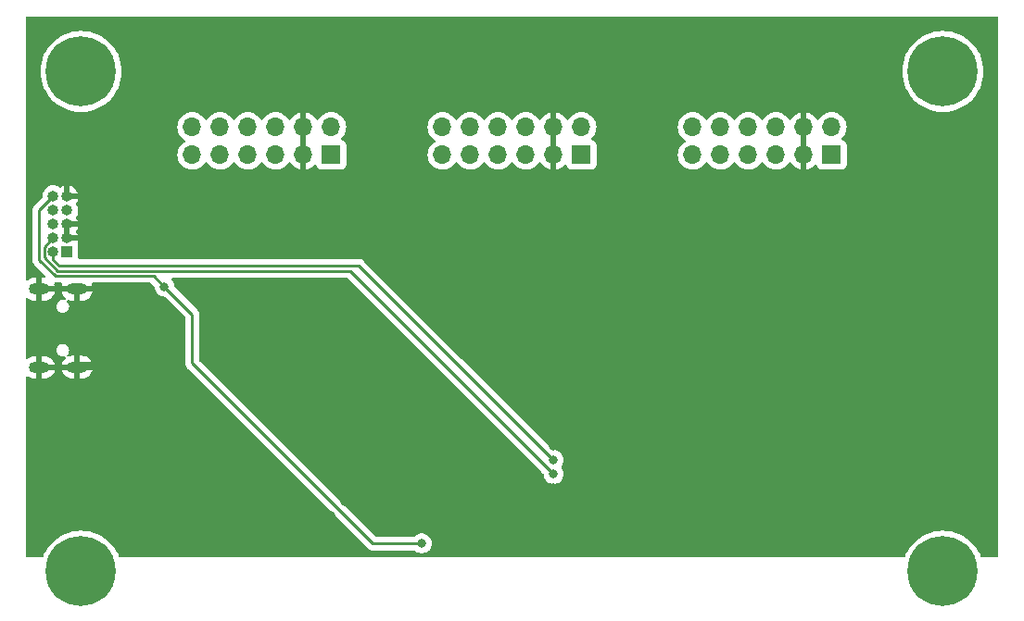
<source format=gbr>
%TF.GenerationSoftware,KiCad,Pcbnew,7.0.4*%
%TF.CreationDate,2023-05-26T13:48:30+02:00*%
%TF.ProjectId,pmod_e103bt53_baseboard,706d6f64-5f65-4313-9033-627435335f62,rev?*%
%TF.SameCoordinates,Original*%
%TF.FileFunction,Copper,L2,Bot*%
%TF.FilePolarity,Positive*%
%FSLAX46Y46*%
G04 Gerber Fmt 4.6, Leading zero omitted, Abs format (unit mm)*
G04 Created by KiCad (PCBNEW 7.0.4) date 2023-05-26 13:48:30*
%MOMM*%
%LPD*%
G01*
G04 APERTURE LIST*
%TA.AperFunction,ComponentPad*%
%ADD10R,1.700000X1.700000*%
%TD*%
%TA.AperFunction,ComponentPad*%
%ADD11O,1.700000X1.700000*%
%TD*%
%TA.AperFunction,ComponentPad*%
%ADD12C,0.800000*%
%TD*%
%TA.AperFunction,ComponentPad*%
%ADD13C,6.400000*%
%TD*%
%TA.AperFunction,ComponentPad*%
%ADD14R,1.000000X1.000000*%
%TD*%
%TA.AperFunction,ComponentPad*%
%ADD15O,1.000000X1.000000*%
%TD*%
%TA.AperFunction,ComponentPad*%
%ADD16O,1.850000X1.050000*%
%TD*%
%TA.AperFunction,ViaPad*%
%ADD17C,0.800000*%
%TD*%
%TA.AperFunction,Conductor*%
%ADD18C,0.250000*%
%TD*%
G04 APERTURE END LIST*
D10*
%TO.P,PMOD2,1,Pin_1*%
%TO.N,VCC*%
X96520000Y-30480000D03*
D11*
%TO.P,PMOD2,2,Pin_2*%
X96520000Y-27940000D03*
%TO.P,PMOD2,3,Pin_3*%
%TO.N,GND*%
X93980000Y-30480000D03*
%TO.P,PMOD2,4,Pin_4*%
X93980000Y-27940000D03*
%TO.P,PMOD2,5,Pin_5*%
%TO.N,PMOD_UART_RTS*%
X91440000Y-30480000D03*
%TO.P,PMOD2,6,Pin_6*%
%TO.N,PMOD_UART_GPIO4*%
X91440000Y-27940000D03*
%TO.P,PMOD2,7,Pin_7*%
%TO.N,PMOD_UART_RXD*%
X88900000Y-30480000D03*
%TO.P,PMOD2,8,Pin_8*%
%TO.N,PMOD_UART_GPIO3*%
X88900000Y-27940000D03*
%TO.P,PMOD2,9,Pin_9*%
%TO.N,PMOD_UART_TXD*%
X86360000Y-30480000D03*
%TO.P,PMOD2,10,Pin_10*%
%TO.N,PMOD_UART_GPIO2_RESET*%
X86360000Y-27940000D03*
%TO.P,PMOD2,11,Pin_11*%
%TO.N,PMOD_UART_CTS*%
X83820000Y-30480000D03*
%TO.P,PMOD2,12,Pin_12*%
%TO.N,PMOD_UART_GPIO1_INT*%
X83820000Y-27940000D03*
%TD*%
D10*
%TO.P,PMOD3,1,Pin_1*%
%TO.N,VCC*%
X119380000Y-30480000D03*
D11*
%TO.P,PMOD3,2,Pin_2*%
X119380000Y-27940000D03*
%TO.P,PMOD3,3,Pin_3*%
%TO.N,GND*%
X116840000Y-30480000D03*
%TO.P,PMOD3,4,Pin_4*%
X116840000Y-27940000D03*
%TO.P,PMOD3,5,Pin_5*%
%TO.N,PMOD_I2C_SDA*%
X114300000Y-30480000D03*
%TO.P,PMOD3,6,Pin_6*%
%TO.N,PMOD_I2C_GPIO4*%
X114300000Y-27940000D03*
%TO.P,PMOD3,7,Pin_7*%
%TO.N,PMOD_I2C_SCL*%
X111760000Y-30480000D03*
%TO.P,PMOD3,8,Pin_8*%
%TO.N,PMOD_I2C_GPIO3*%
X111760000Y-27940000D03*
%TO.P,PMOD3,9,Pin_9*%
%TO.N,PMOD_I2C_RESET*%
X109220000Y-30480000D03*
%TO.P,PMOD3,10,Pin_10*%
%TO.N,PMOD_I2C_GPIO2*%
X109220000Y-27940000D03*
%TO.P,PMOD3,11,Pin_11*%
%TO.N,PMOD_I2C_INT*%
X106680000Y-30480000D03*
%TO.P,PMOD3,12,Pin_12*%
%TO.N,PMOD_I2C_GPIO1*%
X106680000Y-27940000D03*
%TD*%
D10*
%TO.P,PMOD1,1,Pin_1*%
%TO.N,VCC*%
X73660000Y-30480000D03*
D11*
%TO.P,PMOD1,2,Pin_2*%
X73660000Y-27940000D03*
%TO.P,PMOD1,3,Pin_3*%
%TO.N,GND*%
X71120000Y-30480000D03*
%TO.P,PMOD1,4,Pin_4*%
X71120000Y-27940000D03*
%TO.P,PMOD1,5,Pin_5*%
%TO.N,PMOD_SPI_SCK*%
X68580000Y-30480000D03*
%TO.P,PMOD1,6,Pin_6*%
%TO.N,PMOD_SPI_GPIO4_CS3*%
X68580000Y-27940000D03*
%TO.P,PMOD1,7,Pin_7*%
%TO.N,PMOD_SPI_MISO*%
X66040000Y-30480000D03*
%TO.P,PMOD1,8,Pin_8*%
%TO.N,PMOD_SPI_GPIO3_CS2*%
X66040000Y-27940000D03*
%TO.P,PMOD1,9,Pin_9*%
%TO.N,PMOD_SPI_MOSI*%
X63500000Y-30480000D03*
%TO.P,PMOD1,10,Pin_10*%
%TO.N,PMOD_SPI_GPIO2_RESET*%
X63500000Y-27940000D03*
%TO.P,PMOD1,11,Pin_11*%
%TO.N,PMOD_SPI_CS*%
X60960000Y-30480000D03*
%TO.P,PMOD1,12,Pin_12*%
%TO.N,PMOD_SPI_GPIO1_INT*%
X60960000Y-27940000D03*
%TD*%
D12*
%TO.P,H3,1*%
%TO.N,N/C*%
X48400000Y-68580000D03*
X49102944Y-66882944D03*
X49102944Y-70277056D03*
X50800000Y-66180000D03*
D13*
X50800000Y-68580000D03*
D12*
X50800000Y-70980000D03*
X52497056Y-66882944D03*
X52497056Y-70277056D03*
X53200000Y-68580000D03*
%TD*%
%TO.P,H1,1*%
%TO.N,N/C*%
X48400000Y-22860000D03*
X49102944Y-21162944D03*
X49102944Y-24557056D03*
X50800000Y-20460000D03*
D13*
X50800000Y-22860000D03*
D12*
X50800000Y-25260000D03*
X52497056Y-21162944D03*
X52497056Y-24557056D03*
X53200000Y-22860000D03*
%TD*%
%TO.P,H4,1*%
%TO.N,N/C*%
X127140000Y-68580000D03*
X127842944Y-66882944D03*
X127842944Y-70277056D03*
X129540000Y-66180000D03*
D13*
X129540000Y-68580000D03*
D12*
X129540000Y-70980000D03*
X131237056Y-66882944D03*
X131237056Y-70277056D03*
X131940000Y-68580000D03*
%TD*%
D14*
%TO.P,J2,1,Pin_1*%
%TO.N,VCC*%
X49530000Y-39370000D03*
D15*
%TO.P,J2,2,Pin_2*%
%TO.N,SWDIO*%
X48260000Y-39370000D03*
%TO.P,J2,3,Pin_3*%
%TO.N,GND*%
X49530000Y-38100000D03*
%TO.P,J2,4,Pin_4*%
%TO.N,SWDCLK*%
X48260000Y-38100000D03*
%TO.P,J2,5,Pin_5*%
%TO.N,GND*%
X49530000Y-36830000D03*
%TO.P,J2,6,Pin_6*%
%TO.N,unconnected-(J2-Pin_6-Pad6)*%
X48260000Y-36830000D03*
%TO.P,J2,7,Pin_7*%
%TO.N,unconnected-(J2-Pin_7-Pad7)*%
X49530000Y-35560000D03*
%TO.P,J2,8,Pin_8*%
%TO.N,unconnected-(J2-Pin_8-Pad8)*%
X48260000Y-35560000D03*
%TO.P,J2,9,Pin_9*%
%TO.N,GND*%
X49530000Y-34290000D03*
%TO.P,J2,10,Pin_10*%
%TO.N,nRST*%
X48260000Y-34290000D03*
%TD*%
D16*
%TO.P,J1,6,Shield*%
%TO.N,GND*%
X50440000Y-42780000D03*
X46990000Y-42780000D03*
X50440000Y-49905000D03*
X46990000Y-49930000D03*
%TD*%
D12*
%TO.P,H2,1*%
%TO.N,N/C*%
X127140000Y-22860000D03*
X127842944Y-21162944D03*
X127842944Y-24557056D03*
X129540000Y-20460000D03*
D13*
X129540000Y-22860000D03*
D12*
X129540000Y-25260000D03*
X131237056Y-21162944D03*
X131237056Y-24557056D03*
X131940000Y-22860000D03*
%TD*%
D17*
%TO.N,nRST*%
X58420000Y-42545000D03*
%TO.N,GND*%
X77470000Y-25400000D03*
X78740000Y-40640000D03*
X85725000Y-58420000D03*
X93980000Y-55880000D03*
X93980000Y-64770000D03*
X80010000Y-27940000D03*
X110490000Y-51435000D03*
X74930000Y-62230000D03*
X77470000Y-27940000D03*
X78105000Y-46355000D03*
X85725000Y-59690000D03*
X80010000Y-57150000D03*
X85725000Y-55880000D03*
X73660000Y-63500000D03*
X76200000Y-60960000D03*
X80010000Y-41910000D03*
X78740000Y-58420000D03*
X85725000Y-62230000D03*
X77470000Y-39370000D03*
X78740000Y-27940000D03*
X93980000Y-63500000D03*
X85725000Y-57150000D03*
X76835000Y-45085000D03*
X85725000Y-63500000D03*
X78740000Y-25400000D03*
X107950000Y-51435000D03*
X113030000Y-51435000D03*
X77470000Y-59690000D03*
X93980000Y-57150000D03*
X93980000Y-60960000D03*
X93980000Y-62230000D03*
X79375000Y-47625000D03*
X85725000Y-64770000D03*
X85725000Y-60960000D03*
X81280000Y-55880000D03*
X80010000Y-25400000D03*
%TO.N,SWDIO*%
X93980000Y-58420000D03*
%TO.N,SWDCLK*%
X93980000Y-59690000D03*
%TO.N,nRST*%
X81915000Y-66040000D03*
%TD*%
D18*
%TO.N,nRST*%
X60960000Y-45085000D02*
X58420000Y-42545000D01*
X58420000Y-42545000D02*
X57415000Y-41540000D01*
%TO.N,GND*%
X50800000Y-49530000D02*
X52070000Y-49530000D01*
%TO.N,SWDIO*%
X48260000Y-40077106D02*
X48822894Y-40640000D01*
X48260000Y-39370000D02*
X48260000Y-40077106D01*
X76200000Y-40640000D02*
X85090000Y-49530000D01*
X48822894Y-40640000D02*
X64135000Y-40640000D01*
X64135000Y-40640000D02*
X76200000Y-40640000D01*
X93980000Y-58420000D02*
X85090000Y-49530000D01*
%TO.N,SWDCLK*%
X75380000Y-41090000D02*
X93980000Y-59690000D01*
X47435000Y-39888502D02*
X48636498Y-41090000D01*
X47435000Y-38925000D02*
X47435000Y-39888502D01*
X48260000Y-38100000D02*
X47435000Y-38925000D01*
X48636498Y-41090000D02*
X75380000Y-41090000D01*
%TO.N,nRST*%
X57415000Y-41540000D02*
X48450102Y-41540000D01*
X46985000Y-35565000D02*
X48260000Y-34290000D01*
X77470000Y-66040000D02*
X60960000Y-49530000D01*
X81915000Y-66040000D02*
X77470000Y-66040000D01*
X46985000Y-40074898D02*
X46985000Y-35565000D01*
X60960000Y-49530000D02*
X60960000Y-45085000D01*
X48450102Y-41540000D02*
X46985000Y-40074898D01*
%TD*%
%TA.AperFunction,Conductor*%
%TO.N,GND*%
G36*
X71374000Y-30046325D02*
G01*
X71262315Y-29995320D01*
X71155763Y-29980000D01*
X71084237Y-29980000D01*
X70977685Y-29995320D01*
X70866000Y-30046325D01*
X70866000Y-28373674D01*
X70977685Y-28424680D01*
X71084237Y-28440000D01*
X71155763Y-28440000D01*
X71262315Y-28424680D01*
X71374000Y-28373674D01*
X71374000Y-30046325D01*
G37*
%TD.AperFunction*%
%TA.AperFunction,Conductor*%
G36*
X94234000Y-30046325D02*
G01*
X94122315Y-29995320D01*
X94015763Y-29980000D01*
X93944237Y-29980000D01*
X93837685Y-29995320D01*
X93726000Y-30046325D01*
X93726000Y-28373674D01*
X93837685Y-28424680D01*
X93944237Y-28440000D01*
X94015763Y-28440000D01*
X94122315Y-28424680D01*
X94234000Y-28373674D01*
X94234000Y-30046325D01*
G37*
%TD.AperFunction*%
%TA.AperFunction,Conductor*%
G36*
X117094000Y-30046325D02*
G01*
X116982315Y-29995320D01*
X116875763Y-29980000D01*
X116804237Y-29980000D01*
X116697685Y-29995320D01*
X116585999Y-30046325D01*
X116585999Y-28373674D01*
X116697685Y-28424680D01*
X116804237Y-28440000D01*
X116875763Y-28440000D01*
X116982315Y-28424680D01*
X117094000Y-28373674D01*
X117094000Y-30046325D01*
G37*
%TD.AperFunction*%
%TA.AperFunction,Conductor*%
G36*
X134536621Y-17825502D02*
G01*
X134583114Y-17879158D01*
X134594500Y-17931500D01*
X134594500Y-67184000D01*
X134574498Y-67252121D01*
X134520842Y-67298614D01*
X134468500Y-67310000D01*
X133111430Y-67310000D01*
X133043309Y-67289998D01*
X132996816Y-67236342D01*
X132993799Y-67229154D01*
X132932536Y-67069556D01*
X132932532Y-67069548D01*
X132932532Y-67069547D01*
X132756062Y-66723206D01*
X132544357Y-66397207D01*
X132544354Y-66397203D01*
X132544352Y-66397200D01*
X132299746Y-66095137D01*
X132299732Y-66095122D01*
X132024877Y-65820267D01*
X132024862Y-65820253D01*
X131722802Y-65575649D01*
X131722785Y-65575637D01*
X131396795Y-65363938D01*
X131050451Y-65187467D01*
X131050443Y-65187463D01*
X130687568Y-65048168D01*
X130312097Y-64947561D01*
X129928167Y-64886752D01*
X129540006Y-64866411D01*
X129539994Y-64866411D01*
X129151832Y-64886752D01*
X128767902Y-64947561D01*
X128392431Y-65048168D01*
X128029556Y-65187463D01*
X128029548Y-65187467D01*
X127683205Y-65363938D01*
X127357203Y-65575645D01*
X127357200Y-65575647D01*
X127055137Y-65820253D01*
X127055122Y-65820267D01*
X126780267Y-66095122D01*
X126780253Y-66095137D01*
X126535647Y-66397200D01*
X126535645Y-66397203D01*
X126323938Y-66723205D01*
X126147467Y-67069548D01*
X126147463Y-67069556D01*
X126086201Y-67229154D01*
X126043116Y-67285582D01*
X125976363Y-67309759D01*
X125968570Y-67310000D01*
X54371430Y-67310000D01*
X54303309Y-67289998D01*
X54256816Y-67236342D01*
X54253799Y-67229154D01*
X54192536Y-67069556D01*
X54192532Y-67069548D01*
X54192532Y-67069547D01*
X54016062Y-66723206D01*
X53804357Y-66397207D01*
X53804354Y-66397203D01*
X53804352Y-66397200D01*
X53559746Y-66095137D01*
X53559732Y-66095122D01*
X53284877Y-65820267D01*
X53284862Y-65820253D01*
X52982802Y-65575649D01*
X52982785Y-65575637D01*
X52656795Y-65363938D01*
X52310451Y-65187467D01*
X52310443Y-65187463D01*
X51947568Y-65048168D01*
X51572097Y-64947561D01*
X51188167Y-64886752D01*
X50800006Y-64866411D01*
X50799994Y-64866411D01*
X50411832Y-64886752D01*
X50027902Y-64947561D01*
X49652431Y-65048168D01*
X49289556Y-65187463D01*
X49289548Y-65187467D01*
X48943205Y-65363938D01*
X48617203Y-65575645D01*
X48617200Y-65575647D01*
X48315137Y-65820253D01*
X48315122Y-65820267D01*
X48040267Y-66095122D01*
X48040253Y-66095137D01*
X47795647Y-66397200D01*
X47795645Y-66397203D01*
X47583938Y-66723205D01*
X47407467Y-67069548D01*
X47407463Y-67069556D01*
X47346201Y-67229154D01*
X47303116Y-67285582D01*
X47236363Y-67309759D01*
X47228570Y-67310000D01*
X45871500Y-67310000D01*
X45803379Y-67289998D01*
X45756886Y-67236342D01*
X45745500Y-67184000D01*
X45745500Y-50839674D01*
X45765502Y-50771553D01*
X45819158Y-50725060D01*
X45889432Y-50714956D01*
X45951435Y-50742276D01*
X46013318Y-50793063D01*
X46192774Y-50888984D01*
X46387503Y-50948054D01*
X46539248Y-50962999D01*
X46539264Y-50963000D01*
X46736000Y-50963000D01*
X46736000Y-50184000D01*
X47244000Y-50184000D01*
X47244000Y-50963000D01*
X47440736Y-50963000D01*
X47440751Y-50962999D01*
X47592496Y-50948054D01*
X47787225Y-50888984D01*
X47966681Y-50793063D01*
X48123974Y-50663974D01*
X48253063Y-50506681D01*
X48348984Y-50327226D01*
X48392431Y-50184000D01*
X47244000Y-50184000D01*
X46736000Y-50184000D01*
X46736000Y-50159000D01*
X49037569Y-50159000D01*
X49081015Y-50302226D01*
X49176936Y-50481681D01*
X49306025Y-50638974D01*
X49463318Y-50768063D01*
X49642774Y-50863984D01*
X49837503Y-50923054D01*
X49989248Y-50937999D01*
X49989264Y-50938000D01*
X50186000Y-50938000D01*
X50186000Y-50159000D01*
X50694000Y-50159000D01*
X50694000Y-50938000D01*
X50890736Y-50938000D01*
X50890751Y-50937999D01*
X51042496Y-50923054D01*
X51237225Y-50863984D01*
X51416681Y-50768063D01*
X51573974Y-50638974D01*
X51703063Y-50481681D01*
X51798984Y-50302226D01*
X51842431Y-50159000D01*
X50694000Y-50159000D01*
X50186000Y-50159000D01*
X49037569Y-50159000D01*
X46736000Y-50159000D01*
X46736000Y-50155000D01*
X47413650Y-50155000D01*
X47483560Y-50140140D01*
X47560943Y-50083918D01*
X47608769Y-50001082D01*
X47616340Y-49929044D01*
X49811233Y-49929044D01*
X49840791Y-50020013D01*
X49904794Y-50091096D01*
X49992175Y-50130000D01*
X50863650Y-50130000D01*
X50933560Y-50115140D01*
X51010943Y-50058918D01*
X51058769Y-49976082D01*
X51068767Y-49880956D01*
X51039209Y-49789987D01*
X50975206Y-49718904D01*
X50887825Y-49680000D01*
X50016350Y-49680000D01*
X49946440Y-49694860D01*
X49869057Y-49751082D01*
X49821231Y-49833918D01*
X49811233Y-49929044D01*
X47616340Y-49929044D01*
X47618767Y-49905956D01*
X47589209Y-49814987D01*
X47525206Y-49743904D01*
X47437825Y-49705000D01*
X46736000Y-49705000D01*
X46736000Y-48897000D01*
X47244000Y-48897000D01*
X47244000Y-49676000D01*
X48392431Y-49676000D01*
X48348984Y-49532773D01*
X48253063Y-49353318D01*
X48123974Y-49196025D01*
X47966681Y-49066936D01*
X47787225Y-48971015D01*
X47592496Y-48911945D01*
X47440751Y-48897000D01*
X47244000Y-48897000D01*
X46736000Y-48897000D01*
X46539248Y-48897000D01*
X46387503Y-48911945D01*
X46192774Y-48971015D01*
X46013318Y-49066936D01*
X45951434Y-49117724D01*
X45886087Y-49145478D01*
X45816108Y-49133496D01*
X45763717Y-49085584D01*
X45745500Y-49020325D01*
X45745500Y-48355000D01*
X48539534Y-48355000D01*
X48559312Y-48505234D01*
X48617301Y-48645231D01*
X48617306Y-48645239D01*
X48709548Y-48765451D01*
X48793459Y-48829838D01*
X48829767Y-48857698D01*
X48969764Y-48915687D01*
X49082280Y-48930500D01*
X49082287Y-48930500D01*
X49157713Y-48930500D01*
X49157720Y-48930500D01*
X49245986Y-48918879D01*
X49316133Y-48929818D01*
X49369232Y-48976946D01*
X49388422Y-49045300D01*
X49367611Y-49113178D01*
X49342367Y-49141198D01*
X49306026Y-49171023D01*
X49176936Y-49328318D01*
X49081015Y-49507773D01*
X49037569Y-49651000D01*
X50186000Y-49651000D01*
X50186000Y-48872000D01*
X50694000Y-48872000D01*
X50694000Y-49651000D01*
X51842431Y-49651000D01*
X51798984Y-49507773D01*
X51703063Y-49328318D01*
X51573974Y-49171025D01*
X51416681Y-49041936D01*
X51237225Y-48946015D01*
X51042496Y-48886945D01*
X50890751Y-48872000D01*
X50694000Y-48872000D01*
X50186000Y-48872000D01*
X49989248Y-48872000D01*
X49837503Y-48886945D01*
X49691051Y-48931370D01*
X49620057Y-48932003D01*
X49559991Y-48894153D01*
X49529923Y-48829838D01*
X49539400Y-48759477D01*
X49554509Y-48734097D01*
X49622698Y-48645233D01*
X49680687Y-48505236D01*
X49700466Y-48355000D01*
X49680687Y-48204764D01*
X49622698Y-48064767D01*
X49622693Y-48064760D01*
X49530451Y-47944548D01*
X49410239Y-47852306D01*
X49410231Y-47852301D01*
X49270234Y-47794312D01*
X49157722Y-47779500D01*
X49157720Y-47779500D01*
X49082280Y-47779500D01*
X49082277Y-47779500D01*
X48969765Y-47794312D01*
X48829768Y-47852301D01*
X48829760Y-47852306D01*
X48709548Y-47944548D01*
X48617306Y-48064760D01*
X48617301Y-48064768D01*
X48559312Y-48204765D01*
X48539534Y-48354999D01*
X48539534Y-48355000D01*
X45745500Y-48355000D01*
X45745500Y-44355000D01*
X48539534Y-44355000D01*
X48559312Y-44505234D01*
X48617301Y-44645231D01*
X48617306Y-44645239D01*
X48709548Y-44765451D01*
X48829760Y-44857693D01*
X48829767Y-44857698D01*
X48969764Y-44915687D01*
X49082280Y-44930500D01*
X49082287Y-44930500D01*
X49157713Y-44930500D01*
X49157720Y-44930500D01*
X49270236Y-44915687D01*
X49410233Y-44857698D01*
X49530451Y-44765451D01*
X49622698Y-44645233D01*
X49680687Y-44505236D01*
X49700466Y-44355000D01*
X49680687Y-44204764D01*
X49622698Y-44064767D01*
X49622693Y-44064760D01*
X49529511Y-43943323D01*
X49503910Y-43877103D01*
X49518175Y-43807554D01*
X49567776Y-43756758D01*
X49636965Y-43740842D01*
X49666049Y-43746044D01*
X49837505Y-43798054D01*
X49989248Y-43812999D01*
X49989264Y-43813000D01*
X50186000Y-43813000D01*
X50186000Y-43034000D01*
X50694000Y-43034000D01*
X50694000Y-43813000D01*
X50890736Y-43813000D01*
X50890751Y-43812999D01*
X51042496Y-43798054D01*
X51237225Y-43738984D01*
X51416681Y-43643063D01*
X51573974Y-43513974D01*
X51703063Y-43356681D01*
X51798984Y-43177226D01*
X51842431Y-43034000D01*
X50694000Y-43034000D01*
X50186000Y-43034000D01*
X49037569Y-43034000D01*
X49081015Y-43177226D01*
X49176936Y-43356681D01*
X49306025Y-43513975D01*
X49379596Y-43574354D01*
X49419565Y-43633032D01*
X49421465Y-43704003D01*
X49384694Y-43764735D01*
X49320925Y-43795946D01*
X49278608Y-43793993D01*
X49278424Y-43795391D01*
X49157722Y-43779500D01*
X49157720Y-43779500D01*
X49082280Y-43779500D01*
X49082277Y-43779500D01*
X48969765Y-43794312D01*
X48829768Y-43852301D01*
X48829760Y-43852306D01*
X48709548Y-43944548D01*
X48617306Y-44064760D01*
X48617301Y-44064768D01*
X48559312Y-44204765D01*
X48539534Y-44354999D01*
X48539534Y-44355000D01*
X45745500Y-44355000D01*
X45745500Y-43689674D01*
X45765502Y-43621553D01*
X45819158Y-43575060D01*
X45889432Y-43564956D01*
X45951435Y-43592276D01*
X46013318Y-43643063D01*
X46192774Y-43738984D01*
X46387503Y-43798054D01*
X46539248Y-43812999D01*
X46539264Y-43813000D01*
X46736000Y-43813000D01*
X46736000Y-43034000D01*
X47244000Y-43034000D01*
X47244000Y-43813000D01*
X47440736Y-43813000D01*
X47440751Y-43812999D01*
X47592496Y-43798054D01*
X47787225Y-43738984D01*
X47966681Y-43643063D01*
X48123974Y-43513974D01*
X48253063Y-43356681D01*
X48348984Y-43177226D01*
X48392431Y-43034000D01*
X47244000Y-43034000D01*
X46736000Y-43034000D01*
X46736000Y-43005000D01*
X47413650Y-43005000D01*
X47483560Y-42990140D01*
X47560943Y-42933918D01*
X47608769Y-42851082D01*
X47613713Y-42804044D01*
X49811233Y-42804044D01*
X49840791Y-42895013D01*
X49904794Y-42966096D01*
X49992175Y-43005000D01*
X50863650Y-43005000D01*
X50933560Y-42990140D01*
X51010943Y-42933918D01*
X51058769Y-42851082D01*
X51068767Y-42755956D01*
X51039209Y-42664987D01*
X50975206Y-42593904D01*
X50887825Y-42555000D01*
X50016350Y-42555000D01*
X49946440Y-42569860D01*
X49869057Y-42626082D01*
X49821231Y-42708918D01*
X49811233Y-42804044D01*
X47613713Y-42804044D01*
X47618767Y-42755956D01*
X47589209Y-42664987D01*
X47525206Y-42593904D01*
X47437825Y-42555000D01*
X46736000Y-42555000D01*
X46736000Y-41747000D01*
X46539248Y-41747000D01*
X46387503Y-41761945D01*
X46192774Y-41821015D01*
X46013318Y-41916936D01*
X45951434Y-41967724D01*
X45886087Y-41995478D01*
X45816108Y-41983496D01*
X45763717Y-41935584D01*
X45745500Y-41870325D01*
X45745500Y-35544943D01*
X46346780Y-35544943D01*
X46351220Y-35591917D01*
X46351500Y-35597850D01*
X46351500Y-39991044D01*
X46349751Y-40006886D01*
X46350044Y-40006914D01*
X46349298Y-40014806D01*
X46351469Y-40083872D01*
X46351500Y-40085851D01*
X46351500Y-40114749D01*
X46351501Y-40114770D01*
X46352378Y-40121718D01*
X46352844Y-40127630D01*
X46354326Y-40174786D01*
X46354327Y-40174791D01*
X46359977Y-40194237D01*
X46363986Y-40213595D01*
X46366525Y-40233691D01*
X46366526Y-40233697D01*
X46383893Y-40277560D01*
X46385816Y-40283177D01*
X46398982Y-40328491D01*
X46409294Y-40345929D01*
X46417988Y-40363677D01*
X46425444Y-40382507D01*
X46425450Y-40382518D01*
X46453177Y-40420681D01*
X46456437Y-40425644D01*
X46480460Y-40466263D01*
X46494779Y-40480582D01*
X46507617Y-40495612D01*
X46517156Y-40508741D01*
X46519528Y-40512005D01*
X46547794Y-40535389D01*
X46555886Y-40542083D01*
X46560267Y-40546069D01*
X47547203Y-41533006D01*
X47581229Y-41595317D01*
X47576164Y-41666132D01*
X47533617Y-41722968D01*
X47467097Y-41747779D01*
X47445772Y-41747495D01*
X47440745Y-41747000D01*
X47244000Y-41747000D01*
X47244000Y-42526000D01*
X48392431Y-42526000D01*
X48348985Y-42382776D01*
X48338077Y-42362370D01*
X48323604Y-42292864D01*
X48349006Y-42226567D01*
X48406218Y-42184528D01*
X48437340Y-42177530D01*
X48450026Y-42176331D01*
X48477020Y-42173780D01*
X48482952Y-42173500D01*
X48982656Y-42173500D01*
X49050777Y-42193502D01*
X49097270Y-42247158D01*
X49107374Y-42317432D01*
X49093779Y-42358895D01*
X49081015Y-42382774D01*
X49037569Y-42526000D01*
X51842431Y-42526000D01*
X51798984Y-42382774D01*
X51786221Y-42358895D01*
X51771750Y-42289388D01*
X51797155Y-42223092D01*
X51854368Y-42181055D01*
X51897344Y-42173500D01*
X57100406Y-42173500D01*
X57168527Y-42193502D01*
X57189501Y-42210405D01*
X57472877Y-42493781D01*
X57506903Y-42556093D01*
X57509092Y-42569705D01*
X57526457Y-42734927D01*
X57533290Y-42755956D01*
X57585473Y-42916556D01*
X57585476Y-42916561D01*
X57680958Y-43081941D01*
X57680965Y-43081951D01*
X57808744Y-43223864D01*
X57808747Y-43223866D01*
X57963248Y-43336118D01*
X58137712Y-43413794D01*
X58324513Y-43453500D01*
X58380406Y-43453500D01*
X58448527Y-43473502D01*
X58469501Y-43490405D01*
X60289595Y-45310499D01*
X60323621Y-45372811D01*
X60326500Y-45399594D01*
X60326500Y-49446146D01*
X60324751Y-49461988D01*
X60325044Y-49462016D01*
X60324298Y-49469908D01*
X60326469Y-49538974D01*
X60326500Y-49540953D01*
X60326500Y-49569851D01*
X60326501Y-49569872D01*
X60327378Y-49576820D01*
X60327844Y-49582732D01*
X60329326Y-49629888D01*
X60329327Y-49629893D01*
X60334977Y-49649339D01*
X60338986Y-49668697D01*
X60341525Y-49688793D01*
X60341526Y-49688799D01*
X60358893Y-49732662D01*
X60360816Y-49738279D01*
X60373982Y-49783593D01*
X60384294Y-49801031D01*
X60392988Y-49818779D01*
X60400444Y-49837609D01*
X60400450Y-49837620D01*
X60428177Y-49875783D01*
X60431437Y-49880746D01*
X60455460Y-49921365D01*
X60469779Y-49935684D01*
X60482617Y-49950714D01*
X60485037Y-49954044D01*
X60494528Y-49967107D01*
X60505377Y-49976082D01*
X60530886Y-49997185D01*
X60535267Y-50001171D01*
X75400506Y-64866411D01*
X76962755Y-66428660D01*
X76972720Y-66441097D01*
X76972947Y-66440910D01*
X76977999Y-66447017D01*
X77028371Y-66494319D01*
X77029760Y-66495665D01*
X77040008Y-66505913D01*
X77050224Y-66516130D01*
X77050228Y-66516133D01*
X77050230Y-66516135D01*
X77055782Y-66520442D01*
X77060269Y-66524273D01*
X77082959Y-66545581D01*
X77094677Y-66556585D01*
X77094679Y-66556586D01*
X77112428Y-66566343D01*
X77128953Y-66577198D01*
X77144959Y-66589614D01*
X77186686Y-66607670D01*
X77188262Y-66608352D01*
X77193583Y-66610958D01*
X77234940Y-66633695D01*
X77234948Y-66633697D01*
X77254558Y-66638732D01*
X77273267Y-66645137D01*
X77291855Y-66653181D01*
X77338477Y-66660564D01*
X77344262Y-66661763D01*
X77389970Y-66673500D01*
X77410224Y-66673500D01*
X77429934Y-66675051D01*
X77432141Y-66675400D01*
X77449943Y-66678220D01*
X77483870Y-66675012D01*
X77496917Y-66673780D01*
X77502850Y-66673500D01*
X81206800Y-66673500D01*
X81274921Y-66693502D01*
X81300437Y-66715190D01*
X81303747Y-66718866D01*
X81458248Y-66831118D01*
X81632712Y-66908794D01*
X81819513Y-66948500D01*
X82010487Y-66948500D01*
X82197288Y-66908794D01*
X82371752Y-66831118D01*
X82526253Y-66718866D01*
X82567101Y-66673500D01*
X82654034Y-66576951D01*
X82654035Y-66576949D01*
X82654040Y-66576944D01*
X82749527Y-66411556D01*
X82808542Y-66229928D01*
X82828504Y-66040000D01*
X82808542Y-65850072D01*
X82749527Y-65668444D01*
X82654040Y-65503056D01*
X82654038Y-65503054D01*
X82654034Y-65503048D01*
X82526255Y-65361135D01*
X82371752Y-65248882D01*
X82197288Y-65171206D01*
X82010487Y-65131500D01*
X81819513Y-65131500D01*
X81632711Y-65171206D01*
X81458247Y-65248882D01*
X81303747Y-65361133D01*
X81300437Y-65364810D01*
X81239991Y-65402050D01*
X81206800Y-65406500D01*
X77784594Y-65406500D01*
X77716473Y-65386498D01*
X77695499Y-65369595D01*
X61630405Y-49304500D01*
X61596379Y-49242188D01*
X61593500Y-49215405D01*
X61593500Y-45168849D01*
X61595249Y-45153012D01*
X61594955Y-45152985D01*
X61595701Y-45145092D01*
X61593531Y-45076042D01*
X61593500Y-45074063D01*
X61593500Y-45045151D01*
X61593500Y-45045144D01*
X61592620Y-45038185D01*
X61592155Y-45032280D01*
X61590673Y-44985110D01*
X61585022Y-44965663D01*
X61581012Y-44946300D01*
X61578474Y-44926203D01*
X61561100Y-44882323D01*
X61559184Y-44876725D01*
X61546018Y-44831406D01*
X61535700Y-44813961D01*
X61527005Y-44796209D01*
X61519553Y-44777385D01*
X61519550Y-44777379D01*
X61491818Y-44739210D01*
X61488562Y-44734253D01*
X61464542Y-44693637D01*
X61464540Y-44693635D01*
X61464540Y-44693634D01*
X61450218Y-44679312D01*
X61437377Y-44664279D01*
X61425471Y-44647892D01*
X61418029Y-44641735D01*
X61389108Y-44617810D01*
X61384736Y-44613831D01*
X59367121Y-42596216D01*
X59333095Y-42533904D01*
X59330908Y-42520306D01*
X59313542Y-42355072D01*
X59254527Y-42173444D01*
X59159040Y-42008056D01*
X59092189Y-41933810D01*
X59061472Y-41869802D01*
X59070237Y-41799349D01*
X59115700Y-41744818D01*
X59183428Y-41723523D01*
X59185826Y-41723500D01*
X75065406Y-41723500D01*
X75133527Y-41743502D01*
X75154501Y-41760405D01*
X93032877Y-59638781D01*
X93066903Y-59701093D01*
X93069092Y-59714705D01*
X93086457Y-59879927D01*
X93116526Y-59972470D01*
X93145473Y-60061556D01*
X93145476Y-60061561D01*
X93240958Y-60226941D01*
X93240965Y-60226951D01*
X93368744Y-60368864D01*
X93368747Y-60368866D01*
X93523248Y-60481118D01*
X93697712Y-60558794D01*
X93884513Y-60598500D01*
X94075487Y-60598500D01*
X94262288Y-60558794D01*
X94436752Y-60481118D01*
X94591253Y-60368866D01*
X94719040Y-60226944D01*
X94814527Y-60061556D01*
X94873542Y-59879928D01*
X94893504Y-59690000D01*
X94873542Y-59500072D01*
X94814527Y-59318444D01*
X94719040Y-59153056D01*
X94706664Y-59139311D01*
X94675946Y-59075306D01*
X94684708Y-59004852D01*
X94706663Y-58970689D01*
X94719040Y-58956944D01*
X94814527Y-58791556D01*
X94873542Y-58609928D01*
X94893504Y-58420000D01*
X94873542Y-58230072D01*
X94814527Y-58048444D01*
X94719040Y-57883056D01*
X94719038Y-57883054D01*
X94719034Y-57883048D01*
X94591255Y-57741135D01*
X94436752Y-57628882D01*
X94262288Y-57551206D01*
X94075487Y-57511500D01*
X94019594Y-57511500D01*
X93951473Y-57491498D01*
X93930499Y-57474595D01*
X85508514Y-49052608D01*
X85508475Y-49052571D01*
X76707244Y-40251339D01*
X76697279Y-40238901D01*
X76697052Y-40239090D01*
X76692001Y-40232984D01*
X76692000Y-40232982D01*
X76641626Y-40185678D01*
X76640237Y-40184332D01*
X76629990Y-40174085D01*
X76619776Y-40163870D01*
X76619772Y-40163866D01*
X76614225Y-40159563D01*
X76609717Y-40155712D01*
X76575325Y-40123417D01*
X76575319Y-40123413D01*
X76557563Y-40113651D01*
X76541047Y-40102802D01*
X76525041Y-40090386D01*
X76494289Y-40077078D01*
X76481740Y-40071648D01*
X76476408Y-40069036D01*
X76435061Y-40046305D01*
X76415436Y-40041266D01*
X76396736Y-40034864D01*
X76378145Y-40026819D01*
X76378143Y-40026818D01*
X76378142Y-40026818D01*
X76331542Y-40019437D01*
X76325729Y-40018233D01*
X76280030Y-40006500D01*
X76259776Y-40006500D01*
X76240066Y-40004949D01*
X76220057Y-40001780D01*
X76220056Y-40001780D01*
X76173083Y-40006220D01*
X76167150Y-40006500D01*
X50664500Y-40006500D01*
X50596379Y-39986498D01*
X50549886Y-39932842D01*
X50538500Y-39880500D01*
X50538500Y-38821367D01*
X50538499Y-38821350D01*
X50531990Y-38760803D01*
X50531988Y-38760795D01*
X50480889Y-38623797D01*
X50480889Y-38623796D01*
X50477657Y-38619478D01*
X50452844Y-38552962D01*
X50465373Y-38494143D01*
X50463407Y-38493329D01*
X50465777Y-38487606D01*
X50506307Y-38354000D01*
X49740059Y-38354000D01*
X49742129Y-38352805D01*
X49815801Y-38265007D01*
X49855000Y-38157306D01*
X49855000Y-38042694D01*
X49815801Y-37934993D01*
X49742129Y-37847195D01*
X49642871Y-37789888D01*
X49558436Y-37775000D01*
X49501564Y-37775000D01*
X49417129Y-37789888D01*
X49317871Y-37847195D01*
X49276000Y-37897094D01*
X49276000Y-37032905D01*
X49317871Y-37082805D01*
X49417129Y-37140112D01*
X49501564Y-37155000D01*
X49558436Y-37155000D01*
X49642871Y-37140112D01*
X49740059Y-37084000D01*
X49784000Y-37084000D01*
X49784000Y-37846000D01*
X50506307Y-37846000D01*
X50506307Y-37845999D01*
X50465776Y-37712389D01*
X50465775Y-37712387D01*
X50372175Y-37537276D01*
X50370659Y-37535006D01*
X50370229Y-37533634D01*
X50369258Y-37531817D01*
X50369602Y-37531632D01*
X50349441Y-37467254D01*
X50368221Y-37398787D01*
X50370659Y-37394994D01*
X50372175Y-37392723D01*
X50465775Y-37217612D01*
X50465776Y-37217610D01*
X50506307Y-37084000D01*
X49784000Y-37084000D01*
X49740059Y-37084000D01*
X49742129Y-37082805D01*
X49815801Y-36995007D01*
X49855000Y-36887306D01*
X49855000Y-36772694D01*
X49815801Y-36664993D01*
X49742129Y-36577195D01*
X49740059Y-36576000D01*
X50506307Y-36576000D01*
X50506307Y-36575999D01*
X50465776Y-36442389D01*
X50465775Y-36442387D01*
X50372175Y-36267274D01*
X50370960Y-36265456D01*
X50370616Y-36264357D01*
X50369258Y-36261817D01*
X50369739Y-36261559D01*
X50349744Y-36197704D01*
X50368526Y-36129236D01*
X50370964Y-36125443D01*
X50372585Y-36123014D01*
X50372595Y-36123004D01*
X50466241Y-35947804D01*
X50523908Y-35757701D01*
X50540237Y-35591917D01*
X50543380Y-35560003D01*
X50543380Y-35559996D01*
X50523909Y-35362305D01*
X50523908Y-35362303D01*
X50523908Y-35362299D01*
X50466241Y-35172196D01*
X50372595Y-34996996D01*
X50372589Y-34996989D01*
X50370960Y-34994550D01*
X50370496Y-34993070D01*
X50369677Y-34991537D01*
X50369967Y-34991381D01*
X50349744Y-34926797D01*
X50368526Y-34858330D01*
X50370964Y-34854536D01*
X50372179Y-34852716D01*
X50465775Y-34677612D01*
X50465776Y-34677610D01*
X50506307Y-34544000D01*
X49740059Y-34544000D01*
X49742129Y-34542805D01*
X49815801Y-34455007D01*
X49855000Y-34347306D01*
X49855000Y-34232694D01*
X49815801Y-34124993D01*
X49742129Y-34037195D01*
X49642871Y-33979888D01*
X49558436Y-33965000D01*
X49501564Y-33965000D01*
X49417129Y-33979888D01*
X49317871Y-34037195D01*
X49276000Y-34087094D01*
X49276000Y-33313693D01*
X49275999Y-33313692D01*
X49784000Y-33313692D01*
X49784000Y-34036000D01*
X50506307Y-34036000D01*
X50506307Y-34035999D01*
X50465776Y-33902389D01*
X50465775Y-33902387D01*
X50372175Y-33727275D01*
X50246211Y-33573788D01*
X50092724Y-33447824D01*
X49917612Y-33354224D01*
X49917610Y-33354223D01*
X49784000Y-33313692D01*
X49275999Y-33313692D01*
X49142389Y-33354223D01*
X49142387Y-33354224D01*
X48967271Y-33447826D01*
X48965446Y-33449046D01*
X48964345Y-33449390D01*
X48961817Y-33450742D01*
X48961560Y-33450262D01*
X48897691Y-33470255D01*
X48829226Y-33451466D01*
X48825453Y-33449041D01*
X48823007Y-33447406D01*
X48647804Y-33353759D01*
X48515724Y-33313693D01*
X48457701Y-33296092D01*
X48457700Y-33296091D01*
X48457694Y-33296090D01*
X48260003Y-33276620D01*
X48259997Y-33276620D01*
X48062305Y-33296090D01*
X47872195Y-33353759D01*
X47696995Y-33447405D01*
X47543432Y-33573432D01*
X47417405Y-33726995D01*
X47323759Y-33902195D01*
X47266090Y-34092305D01*
X47246620Y-34289996D01*
X47246620Y-34290003D01*
X47251311Y-34337636D01*
X47238082Y-34407389D01*
X47215013Y-34439080D01*
X46596336Y-35057757D01*
X46583901Y-35067721D01*
X46584089Y-35067948D01*
X46577979Y-35073002D01*
X46530694Y-35123355D01*
X46529319Y-35124774D01*
X46508863Y-35145231D01*
X46504560Y-35150777D01*
X46500714Y-35155279D01*
X46468417Y-35189674D01*
X46468411Y-35189683D01*
X46458651Y-35207435D01*
X46447803Y-35223950D01*
X46435386Y-35239958D01*
X46416645Y-35283264D01*
X46414034Y-35288594D01*
X46391305Y-35329939D01*
X46391303Y-35329944D01*
X46386267Y-35349559D01*
X46379864Y-35368262D01*
X46371819Y-35386852D01*
X46364437Y-35433456D01*
X46363233Y-35439268D01*
X46351500Y-35484968D01*
X46351500Y-35505223D01*
X46349949Y-35524933D01*
X46346780Y-35544942D01*
X46346780Y-35544943D01*
X45745500Y-35544943D01*
X45745500Y-30480000D01*
X59596844Y-30480000D01*
X59614232Y-30689844D01*
X59615437Y-30704375D01*
X59670702Y-30922612D01*
X59670703Y-30922613D01*
X59761141Y-31128793D01*
X59884275Y-31317265D01*
X59884279Y-31317270D01*
X60036762Y-31482908D01*
X60091331Y-31525381D01*
X60214424Y-31621189D01*
X60412426Y-31728342D01*
X60412427Y-31728342D01*
X60412428Y-31728343D01*
X60524227Y-31766723D01*
X60625365Y-31801444D01*
X60847431Y-31838500D01*
X60847435Y-31838500D01*
X61072565Y-31838500D01*
X61072569Y-31838500D01*
X61294635Y-31801444D01*
X61507574Y-31728342D01*
X61705576Y-31621189D01*
X61883240Y-31482906D01*
X62035722Y-31317268D01*
X62124518Y-31181354D01*
X62178520Y-31135268D01*
X62248868Y-31125692D01*
X62313225Y-31155669D01*
X62335480Y-31181353D01*
X62368607Y-31232058D01*
X62424275Y-31317265D01*
X62424279Y-31317270D01*
X62576762Y-31482908D01*
X62631331Y-31525381D01*
X62754424Y-31621189D01*
X62952426Y-31728342D01*
X62952427Y-31728342D01*
X62952428Y-31728343D01*
X63064227Y-31766723D01*
X63165365Y-31801444D01*
X63387431Y-31838500D01*
X63387435Y-31838500D01*
X63612565Y-31838500D01*
X63612569Y-31838500D01*
X63834635Y-31801444D01*
X64047574Y-31728342D01*
X64245576Y-31621189D01*
X64423240Y-31482906D01*
X64575722Y-31317268D01*
X64664519Y-31181353D01*
X64718518Y-31135268D01*
X64788866Y-31125692D01*
X64853224Y-31155668D01*
X64875482Y-31181356D01*
X64964275Y-31317265D01*
X64964279Y-31317270D01*
X65116762Y-31482908D01*
X65171331Y-31525381D01*
X65294424Y-31621189D01*
X65492426Y-31728342D01*
X65492427Y-31728342D01*
X65492428Y-31728343D01*
X65604227Y-31766723D01*
X65705365Y-31801444D01*
X65927431Y-31838500D01*
X65927435Y-31838500D01*
X66152565Y-31838500D01*
X66152569Y-31838500D01*
X66374635Y-31801444D01*
X66587574Y-31728342D01*
X66785576Y-31621189D01*
X66963240Y-31482906D01*
X67115722Y-31317268D01*
X67204518Y-31181354D01*
X67258520Y-31135268D01*
X67328868Y-31125692D01*
X67393225Y-31155669D01*
X67415480Y-31181353D01*
X67448607Y-31232058D01*
X67504275Y-31317265D01*
X67504279Y-31317270D01*
X67656762Y-31482908D01*
X67711331Y-31525381D01*
X67834424Y-31621189D01*
X68032426Y-31728342D01*
X68032427Y-31728342D01*
X68032428Y-31728343D01*
X68144227Y-31766723D01*
X68245365Y-31801444D01*
X68467431Y-31838500D01*
X68467435Y-31838500D01*
X68692565Y-31838500D01*
X68692569Y-31838500D01*
X68914635Y-31801444D01*
X69127574Y-31728342D01*
X69325576Y-31621189D01*
X69503240Y-31482906D01*
X69655722Y-31317268D01*
X69744816Y-31180898D01*
X69798819Y-31134810D01*
X69869167Y-31125235D01*
X69933524Y-31155212D01*
X69955782Y-31180898D01*
X70044674Y-31316958D01*
X70197097Y-31482534D01*
X70374698Y-31620767D01*
X70374699Y-31620768D01*
X70572628Y-31727882D01*
X70572630Y-31727883D01*
X70785483Y-31800955D01*
X70785492Y-31800957D01*
X70866000Y-31814391D01*
X70866000Y-30913674D01*
X70977685Y-30964680D01*
X71084237Y-30980000D01*
X71155763Y-30980000D01*
X71262315Y-30964680D01*
X71374000Y-30913674D01*
X71374000Y-31814390D01*
X71454507Y-31800957D01*
X71454516Y-31800955D01*
X71667369Y-31727883D01*
X71667371Y-31727882D01*
X71865300Y-31620768D01*
X71865301Y-31620767D01*
X72042905Y-31482532D01*
X72104047Y-31416113D01*
X72164899Y-31379541D01*
X72235863Y-31381674D01*
X72294409Y-31421835D01*
X72314804Y-31457415D01*
X72359111Y-31576204D01*
X72359112Y-31576207D01*
X72446738Y-31693261D01*
X72563792Y-31780887D01*
X72563794Y-31780888D01*
X72563796Y-31780889D01*
X72617600Y-31800957D01*
X72700795Y-31831988D01*
X72700803Y-31831990D01*
X72761350Y-31838499D01*
X72761355Y-31838499D01*
X72761362Y-31838500D01*
X72761368Y-31838500D01*
X74558632Y-31838500D01*
X74558638Y-31838500D01*
X74558645Y-31838499D01*
X74558649Y-31838499D01*
X74619196Y-31831990D01*
X74619199Y-31831989D01*
X74619201Y-31831989D01*
X74756204Y-31780889D01*
X74826399Y-31728342D01*
X74873261Y-31693261D01*
X74960887Y-31576207D01*
X74960887Y-31576206D01*
X74960889Y-31576204D01*
X75011989Y-31439201D01*
X75018500Y-31378638D01*
X75018500Y-30480000D01*
X82456844Y-30480000D01*
X82474232Y-30689844D01*
X82475437Y-30704375D01*
X82530702Y-30922612D01*
X82530703Y-30922613D01*
X82621141Y-31128793D01*
X82744275Y-31317265D01*
X82744279Y-31317270D01*
X82896762Y-31482908D01*
X82951331Y-31525381D01*
X83074424Y-31621189D01*
X83272426Y-31728342D01*
X83272427Y-31728342D01*
X83272428Y-31728343D01*
X83384227Y-31766723D01*
X83485365Y-31801444D01*
X83707431Y-31838500D01*
X83707435Y-31838500D01*
X83932565Y-31838500D01*
X83932569Y-31838500D01*
X84154635Y-31801444D01*
X84367574Y-31728342D01*
X84565576Y-31621189D01*
X84743240Y-31482906D01*
X84895722Y-31317268D01*
X84984518Y-31181354D01*
X85038520Y-31135268D01*
X85108868Y-31125692D01*
X85173225Y-31155669D01*
X85195480Y-31181353D01*
X85228607Y-31232058D01*
X85284275Y-31317265D01*
X85284279Y-31317270D01*
X85436762Y-31482908D01*
X85491331Y-31525381D01*
X85614424Y-31621189D01*
X85812426Y-31728342D01*
X85812427Y-31728342D01*
X85812428Y-31728343D01*
X85924227Y-31766723D01*
X86025365Y-31801444D01*
X86247431Y-31838500D01*
X86247435Y-31838500D01*
X86472565Y-31838500D01*
X86472569Y-31838500D01*
X86694635Y-31801444D01*
X86907574Y-31728342D01*
X87105576Y-31621189D01*
X87283240Y-31482906D01*
X87435722Y-31317268D01*
X87524518Y-31181354D01*
X87578520Y-31135268D01*
X87648868Y-31125692D01*
X87713225Y-31155669D01*
X87735480Y-31181353D01*
X87768607Y-31232058D01*
X87824275Y-31317265D01*
X87824279Y-31317270D01*
X87976762Y-31482908D01*
X88031331Y-31525381D01*
X88154424Y-31621189D01*
X88352426Y-31728342D01*
X88352427Y-31728342D01*
X88352428Y-31728343D01*
X88464227Y-31766723D01*
X88565365Y-31801444D01*
X88787431Y-31838500D01*
X88787435Y-31838500D01*
X89012565Y-31838500D01*
X89012569Y-31838500D01*
X89234635Y-31801444D01*
X89447574Y-31728342D01*
X89645576Y-31621189D01*
X89823240Y-31482906D01*
X89975722Y-31317268D01*
X90064518Y-31181354D01*
X90118520Y-31135268D01*
X90188868Y-31125692D01*
X90253225Y-31155669D01*
X90275480Y-31181353D01*
X90308607Y-31232058D01*
X90364275Y-31317265D01*
X90364279Y-31317270D01*
X90516762Y-31482908D01*
X90571331Y-31525381D01*
X90694424Y-31621189D01*
X90892426Y-31728342D01*
X90892427Y-31728342D01*
X90892428Y-31728343D01*
X91004227Y-31766723D01*
X91105365Y-31801444D01*
X91327431Y-31838500D01*
X91327435Y-31838500D01*
X91552565Y-31838500D01*
X91552569Y-31838500D01*
X91774635Y-31801444D01*
X91987574Y-31728342D01*
X92185576Y-31621189D01*
X92363240Y-31482906D01*
X92515722Y-31317268D01*
X92604816Y-31180898D01*
X92658819Y-31134810D01*
X92729167Y-31125235D01*
X92793524Y-31155212D01*
X92815782Y-31180898D01*
X92904674Y-31316958D01*
X93057097Y-31482534D01*
X93234698Y-31620767D01*
X93234699Y-31620768D01*
X93432628Y-31727882D01*
X93432630Y-31727883D01*
X93645483Y-31800955D01*
X93645492Y-31800957D01*
X93726000Y-31814391D01*
X93726000Y-30913674D01*
X93837685Y-30964680D01*
X93944237Y-30980000D01*
X94015763Y-30980000D01*
X94122315Y-30964680D01*
X94234000Y-30913674D01*
X94234000Y-31814391D01*
X94314507Y-31800957D01*
X94314516Y-31800955D01*
X94527369Y-31727883D01*
X94527371Y-31727882D01*
X94725300Y-31620768D01*
X94725301Y-31620767D01*
X94902905Y-31482532D01*
X94964047Y-31416113D01*
X95024899Y-31379541D01*
X95095863Y-31381674D01*
X95154409Y-31421835D01*
X95174804Y-31457415D01*
X95219111Y-31576204D01*
X95219112Y-31576207D01*
X95306738Y-31693261D01*
X95423792Y-31780887D01*
X95423794Y-31780888D01*
X95423796Y-31780889D01*
X95477600Y-31800957D01*
X95560795Y-31831988D01*
X95560803Y-31831990D01*
X95621350Y-31838499D01*
X95621355Y-31838499D01*
X95621362Y-31838500D01*
X95621368Y-31838500D01*
X97418632Y-31838500D01*
X97418638Y-31838500D01*
X97418645Y-31838499D01*
X97418649Y-31838499D01*
X97479196Y-31831990D01*
X97479199Y-31831989D01*
X97479201Y-31831989D01*
X97616204Y-31780889D01*
X97686399Y-31728342D01*
X97733261Y-31693261D01*
X97820887Y-31576207D01*
X97820887Y-31576206D01*
X97820889Y-31576204D01*
X97871989Y-31439201D01*
X97878500Y-31378638D01*
X97878500Y-30480000D01*
X105316844Y-30480000D01*
X105334232Y-30689844D01*
X105335437Y-30704375D01*
X105390702Y-30922612D01*
X105390703Y-30922613D01*
X105481141Y-31128793D01*
X105604275Y-31317265D01*
X105604279Y-31317270D01*
X105756762Y-31482908D01*
X105811331Y-31525381D01*
X105934424Y-31621189D01*
X106132426Y-31728342D01*
X106132427Y-31728342D01*
X106132428Y-31728343D01*
X106244227Y-31766723D01*
X106345365Y-31801444D01*
X106567431Y-31838500D01*
X106567435Y-31838500D01*
X106792565Y-31838500D01*
X106792569Y-31838500D01*
X107014635Y-31801444D01*
X107227574Y-31728342D01*
X107425576Y-31621189D01*
X107603240Y-31482906D01*
X107755722Y-31317268D01*
X107844518Y-31181354D01*
X107898520Y-31135268D01*
X107968868Y-31125692D01*
X108033225Y-31155669D01*
X108055480Y-31181353D01*
X108088607Y-31232058D01*
X108144275Y-31317265D01*
X108144279Y-31317270D01*
X108296762Y-31482908D01*
X108351331Y-31525381D01*
X108474424Y-31621189D01*
X108672426Y-31728342D01*
X108672427Y-31728342D01*
X108672428Y-31728343D01*
X108784227Y-31766723D01*
X108885365Y-31801444D01*
X109107431Y-31838500D01*
X109107435Y-31838500D01*
X109332565Y-31838500D01*
X109332569Y-31838500D01*
X109554635Y-31801444D01*
X109767574Y-31728342D01*
X109965576Y-31621189D01*
X110143240Y-31482906D01*
X110295722Y-31317268D01*
X110384518Y-31181354D01*
X110438520Y-31135268D01*
X110508868Y-31125692D01*
X110573225Y-31155669D01*
X110595480Y-31181353D01*
X110628607Y-31232058D01*
X110684275Y-31317265D01*
X110684279Y-31317270D01*
X110836762Y-31482908D01*
X110891331Y-31525381D01*
X111014424Y-31621189D01*
X111212426Y-31728342D01*
X111212427Y-31728342D01*
X111212428Y-31728343D01*
X111324227Y-31766723D01*
X111425365Y-31801444D01*
X111647431Y-31838500D01*
X111647435Y-31838500D01*
X111872565Y-31838500D01*
X111872569Y-31838500D01*
X112094635Y-31801444D01*
X112307574Y-31728342D01*
X112505576Y-31621189D01*
X112683240Y-31482906D01*
X112835722Y-31317268D01*
X112924518Y-31181354D01*
X112978520Y-31135268D01*
X113048868Y-31125692D01*
X113113225Y-31155669D01*
X113135480Y-31181353D01*
X113168607Y-31232058D01*
X113224275Y-31317265D01*
X113224279Y-31317270D01*
X113376762Y-31482908D01*
X113431331Y-31525381D01*
X113554424Y-31621189D01*
X113752426Y-31728342D01*
X113752427Y-31728342D01*
X113752428Y-31728343D01*
X113864227Y-31766723D01*
X113965365Y-31801444D01*
X114187431Y-31838500D01*
X114187435Y-31838500D01*
X114412565Y-31838500D01*
X114412569Y-31838500D01*
X114634635Y-31801444D01*
X114847574Y-31728342D01*
X115045576Y-31621189D01*
X115223240Y-31482906D01*
X115375722Y-31317268D01*
X115464816Y-31180898D01*
X115518819Y-31134810D01*
X115589167Y-31125235D01*
X115653524Y-31155212D01*
X115675782Y-31180898D01*
X115764674Y-31316958D01*
X115917097Y-31482534D01*
X116094698Y-31620767D01*
X116094699Y-31620768D01*
X116292628Y-31727882D01*
X116292630Y-31727883D01*
X116505483Y-31800955D01*
X116505492Y-31800957D01*
X116586000Y-31814391D01*
X116585999Y-30913674D01*
X116697685Y-30964680D01*
X116804237Y-30980000D01*
X116875763Y-30980000D01*
X116982315Y-30964680D01*
X117094000Y-30913674D01*
X117094000Y-31814390D01*
X117174507Y-31800957D01*
X117174516Y-31800955D01*
X117387369Y-31727883D01*
X117387371Y-31727882D01*
X117585300Y-31620768D01*
X117585301Y-31620767D01*
X117762905Y-31482532D01*
X117824047Y-31416113D01*
X117884899Y-31379541D01*
X117955863Y-31381674D01*
X118014409Y-31421835D01*
X118034804Y-31457415D01*
X118079111Y-31576204D01*
X118079112Y-31576207D01*
X118166738Y-31693261D01*
X118283792Y-31780887D01*
X118283794Y-31780888D01*
X118283796Y-31780889D01*
X118337600Y-31800957D01*
X118420795Y-31831988D01*
X118420803Y-31831990D01*
X118481350Y-31838499D01*
X118481355Y-31838499D01*
X118481362Y-31838500D01*
X118481368Y-31838500D01*
X120278632Y-31838500D01*
X120278638Y-31838500D01*
X120278645Y-31838499D01*
X120278649Y-31838499D01*
X120339196Y-31831990D01*
X120339199Y-31831989D01*
X120339201Y-31831989D01*
X120476204Y-31780889D01*
X120546399Y-31728342D01*
X120593261Y-31693261D01*
X120680887Y-31576207D01*
X120680887Y-31576206D01*
X120680889Y-31576204D01*
X120731989Y-31439201D01*
X120738500Y-31378638D01*
X120738500Y-29581362D01*
X120736141Y-29559419D01*
X120731990Y-29520803D01*
X120731988Y-29520795D01*
X120680889Y-29383797D01*
X120680887Y-29383792D01*
X120593261Y-29266738D01*
X120476207Y-29179112D01*
X120476203Y-29179110D01*
X120361192Y-29136213D01*
X120304356Y-29093667D01*
X120279546Y-29027146D01*
X120294638Y-28957772D01*
X120312525Y-28932820D01*
X120455714Y-28777277D01*
X120455724Y-28777265D01*
X120462441Y-28766983D01*
X120578860Y-28588791D01*
X120669296Y-28382616D01*
X120724564Y-28164368D01*
X120743156Y-27940000D01*
X120724564Y-27715632D01*
X120669296Y-27497384D01*
X120578860Y-27291209D01*
X120561597Y-27264786D01*
X120455724Y-27102734D01*
X120455720Y-27102729D01*
X120339570Y-26976558D01*
X120303240Y-26937094D01*
X120303239Y-26937093D01*
X120303237Y-26937091D01*
X120221382Y-26873381D01*
X120125576Y-26798811D01*
X119927574Y-26691658D01*
X119927572Y-26691657D01*
X119927571Y-26691656D01*
X119714639Y-26618557D01*
X119714630Y-26618555D01*
X119637029Y-26605606D01*
X119492569Y-26581500D01*
X119267431Y-26581500D01*
X119122971Y-26605606D01*
X119045369Y-26618555D01*
X119045360Y-26618557D01*
X118832428Y-26691656D01*
X118832426Y-26691658D01*
X118634426Y-26798810D01*
X118634424Y-26798811D01*
X118456762Y-26937091D01*
X118304279Y-27102729D01*
X118215183Y-27239101D01*
X118161179Y-27285189D01*
X118090831Y-27294764D01*
X118026474Y-27264786D01*
X118004217Y-27239100D01*
X117915327Y-27103044D01*
X117762902Y-26937465D01*
X117585301Y-26799232D01*
X117585300Y-26799231D01*
X117387371Y-26692117D01*
X117387369Y-26692116D01*
X117174512Y-26619043D01*
X117174501Y-26619040D01*
X117094000Y-26605606D01*
X117094000Y-27506325D01*
X116982315Y-27455320D01*
X116875763Y-27440000D01*
X116804237Y-27440000D01*
X116697685Y-27455320D01*
X116585999Y-27506325D01*
X116585999Y-26605606D01*
X116505498Y-26619040D01*
X116505487Y-26619043D01*
X116292630Y-26692116D01*
X116292628Y-26692117D01*
X116094699Y-26799231D01*
X116094698Y-26799232D01*
X115917097Y-26937465D01*
X115764670Y-27103045D01*
X115675780Y-27239101D01*
X115621776Y-27285189D01*
X115551428Y-27294764D01*
X115487071Y-27264786D01*
X115464816Y-27239101D01*
X115425884Y-27179511D01*
X115375724Y-27102734D01*
X115375720Y-27102729D01*
X115259570Y-26976558D01*
X115223240Y-26937094D01*
X115223239Y-26937093D01*
X115223237Y-26937091D01*
X115141382Y-26873381D01*
X115045576Y-26798811D01*
X114847574Y-26691658D01*
X114847572Y-26691657D01*
X114847571Y-26691656D01*
X114634639Y-26618557D01*
X114634630Y-26618555D01*
X114557029Y-26605606D01*
X114412569Y-26581500D01*
X114187431Y-26581500D01*
X114042971Y-26605606D01*
X113965369Y-26618555D01*
X113965360Y-26618557D01*
X113752428Y-26691656D01*
X113752426Y-26691658D01*
X113554426Y-26798810D01*
X113554424Y-26798811D01*
X113376762Y-26937091D01*
X113224279Y-27102729D01*
X113135483Y-27238643D01*
X113081479Y-27284731D01*
X113011131Y-27294306D01*
X112946774Y-27264329D01*
X112924517Y-27238643D01*
X112835720Y-27102729D01*
X112719570Y-26976558D01*
X112683240Y-26937094D01*
X112683239Y-26937093D01*
X112683237Y-26937091D01*
X112601382Y-26873381D01*
X112505576Y-26798811D01*
X112307574Y-26691658D01*
X112307572Y-26691657D01*
X112307571Y-26691656D01*
X112094639Y-26618557D01*
X112094630Y-26618555D01*
X112017029Y-26605606D01*
X111872569Y-26581500D01*
X111647431Y-26581500D01*
X111502971Y-26605606D01*
X111425369Y-26618555D01*
X111425360Y-26618557D01*
X111212428Y-26691656D01*
X111212426Y-26691658D01*
X111014426Y-26798810D01*
X111014424Y-26798811D01*
X110836762Y-26937091D01*
X110684279Y-27102729D01*
X110684279Y-27102730D01*
X110595482Y-27238643D01*
X110541478Y-27284731D01*
X110471130Y-27294306D01*
X110406773Y-27264328D01*
X110384516Y-27238642D01*
X110295724Y-27102734D01*
X110295720Y-27102729D01*
X110179570Y-26976558D01*
X110143240Y-26937094D01*
X110143239Y-26937093D01*
X110143237Y-26937091D01*
X110061382Y-26873381D01*
X109965576Y-26798811D01*
X109767574Y-26691658D01*
X109767572Y-26691657D01*
X109767571Y-26691656D01*
X109554639Y-26618557D01*
X109554630Y-26618555D01*
X109477029Y-26605606D01*
X109332569Y-26581500D01*
X109107431Y-26581500D01*
X108962971Y-26605606D01*
X108885369Y-26618555D01*
X108885360Y-26618557D01*
X108672428Y-26691656D01*
X108672426Y-26691658D01*
X108474426Y-26798810D01*
X108474424Y-26798811D01*
X108296762Y-26937091D01*
X108144279Y-27102729D01*
X108055483Y-27238643D01*
X108001479Y-27284731D01*
X107931131Y-27294306D01*
X107866774Y-27264329D01*
X107844517Y-27238643D01*
X107755720Y-27102729D01*
X107639570Y-26976558D01*
X107603240Y-26937094D01*
X107603239Y-26937093D01*
X107603237Y-26937091D01*
X107521382Y-26873381D01*
X107425576Y-26798811D01*
X107227574Y-26691658D01*
X107227572Y-26691657D01*
X107227571Y-26691656D01*
X107014639Y-26618557D01*
X107014630Y-26618555D01*
X106937029Y-26605606D01*
X106792569Y-26581500D01*
X106567431Y-26581500D01*
X106422971Y-26605606D01*
X106345369Y-26618555D01*
X106345360Y-26618557D01*
X106132428Y-26691656D01*
X106132426Y-26691658D01*
X105934426Y-26798810D01*
X105934424Y-26798811D01*
X105756762Y-26937091D01*
X105604279Y-27102729D01*
X105604275Y-27102734D01*
X105481141Y-27291206D01*
X105390703Y-27497386D01*
X105390702Y-27497387D01*
X105335437Y-27715624D01*
X105335436Y-27715630D01*
X105335436Y-27715632D01*
X105316844Y-27940000D01*
X105334232Y-28149844D01*
X105335437Y-28164375D01*
X105390702Y-28382612D01*
X105390703Y-28382613D01*
X105481141Y-28588793D01*
X105604275Y-28777265D01*
X105604279Y-28777270D01*
X105756762Y-28942908D01*
X105811331Y-28985381D01*
X105934424Y-29081189D01*
X105967676Y-29099184D01*
X105967680Y-29099186D01*
X106018071Y-29149200D01*
X106033423Y-29218516D01*
X106008862Y-29285129D01*
X105967680Y-29320813D01*
X105934426Y-29338810D01*
X105934424Y-29338811D01*
X105756762Y-29477091D01*
X105604279Y-29642729D01*
X105604275Y-29642734D01*
X105481141Y-29831206D01*
X105390703Y-30037386D01*
X105390702Y-30037387D01*
X105335437Y-30255624D01*
X105335436Y-30255630D01*
X105335436Y-30255632D01*
X105316844Y-30480000D01*
X97878500Y-30480000D01*
X97878500Y-29581362D01*
X97876141Y-29559419D01*
X97871990Y-29520803D01*
X97871988Y-29520795D01*
X97820889Y-29383797D01*
X97820887Y-29383792D01*
X97733261Y-29266738D01*
X97616207Y-29179112D01*
X97616203Y-29179110D01*
X97501192Y-29136213D01*
X97444356Y-29093667D01*
X97419546Y-29027146D01*
X97434638Y-28957772D01*
X97452525Y-28932820D01*
X97595714Y-28777277D01*
X97595724Y-28777265D01*
X97602441Y-28766983D01*
X97718860Y-28588791D01*
X97809296Y-28382616D01*
X97864564Y-28164368D01*
X97883156Y-27940000D01*
X97864564Y-27715632D01*
X97809296Y-27497384D01*
X97718860Y-27291209D01*
X97701597Y-27264786D01*
X97595724Y-27102734D01*
X97595720Y-27102729D01*
X97479570Y-26976558D01*
X97443240Y-26937094D01*
X97443239Y-26937093D01*
X97443237Y-26937091D01*
X97361382Y-26873381D01*
X97265576Y-26798811D01*
X97067574Y-26691658D01*
X97067572Y-26691657D01*
X97067571Y-26691656D01*
X96854639Y-26618557D01*
X96854630Y-26618555D01*
X96777029Y-26605606D01*
X96632569Y-26581500D01*
X96407431Y-26581500D01*
X96262971Y-26605606D01*
X96185369Y-26618555D01*
X96185360Y-26618557D01*
X95972428Y-26691656D01*
X95972426Y-26691658D01*
X95774426Y-26798810D01*
X95774424Y-26798811D01*
X95596762Y-26937091D01*
X95444279Y-27102729D01*
X95355183Y-27239101D01*
X95301179Y-27285189D01*
X95230831Y-27294764D01*
X95166474Y-27264786D01*
X95144217Y-27239100D01*
X95055327Y-27103044D01*
X94902902Y-26937465D01*
X94725301Y-26799232D01*
X94725300Y-26799231D01*
X94527371Y-26692117D01*
X94527369Y-26692116D01*
X94314512Y-26619043D01*
X94314501Y-26619040D01*
X94234000Y-26605606D01*
X94234000Y-27506325D01*
X94122315Y-27455320D01*
X94015763Y-27440000D01*
X93944237Y-27440000D01*
X93837685Y-27455320D01*
X93726000Y-27506325D01*
X93726000Y-26605607D01*
X93725999Y-26605606D01*
X93645498Y-26619040D01*
X93645487Y-26619043D01*
X93432630Y-26692116D01*
X93432628Y-26692117D01*
X93234699Y-26799231D01*
X93234698Y-26799232D01*
X93057097Y-26937465D01*
X92904670Y-27103045D01*
X92815780Y-27239101D01*
X92761776Y-27285189D01*
X92691428Y-27294764D01*
X92627071Y-27264786D01*
X92604816Y-27239101D01*
X92565884Y-27179511D01*
X92515724Y-27102734D01*
X92515720Y-27102729D01*
X92399570Y-26976558D01*
X92363240Y-26937094D01*
X92363239Y-26937093D01*
X92363237Y-26937091D01*
X92281382Y-26873381D01*
X92185576Y-26798811D01*
X91987574Y-26691658D01*
X91987572Y-26691657D01*
X91987571Y-26691656D01*
X91774639Y-26618557D01*
X91774630Y-26618555D01*
X91697029Y-26605606D01*
X91552569Y-26581500D01*
X91327431Y-26581500D01*
X91182971Y-26605606D01*
X91105369Y-26618555D01*
X91105360Y-26618557D01*
X90892428Y-26691656D01*
X90892426Y-26691658D01*
X90694426Y-26798810D01*
X90694424Y-26798811D01*
X90516762Y-26937091D01*
X90364279Y-27102729D01*
X90364279Y-27102730D01*
X90275482Y-27238643D01*
X90221478Y-27284731D01*
X90151130Y-27294306D01*
X90086773Y-27264328D01*
X90064516Y-27238642D01*
X89975724Y-27102734D01*
X89975720Y-27102729D01*
X89859570Y-26976558D01*
X89823240Y-26937094D01*
X89823239Y-26937093D01*
X89823237Y-26937091D01*
X89741382Y-26873381D01*
X89645576Y-26798811D01*
X89447574Y-26691658D01*
X89447572Y-26691657D01*
X89447571Y-26691656D01*
X89234639Y-26618557D01*
X89234630Y-26618555D01*
X89157029Y-26605606D01*
X89012569Y-26581500D01*
X88787431Y-26581500D01*
X88642971Y-26605606D01*
X88565369Y-26618555D01*
X88565360Y-26618557D01*
X88352428Y-26691656D01*
X88352426Y-26691658D01*
X88154426Y-26798810D01*
X88154424Y-26798811D01*
X87976762Y-26937091D01*
X87824279Y-27102729D01*
X87735483Y-27238643D01*
X87681479Y-27284731D01*
X87611131Y-27294306D01*
X87546774Y-27264329D01*
X87524517Y-27238643D01*
X87435720Y-27102729D01*
X87319570Y-26976558D01*
X87283240Y-26937094D01*
X87283239Y-26937093D01*
X87283237Y-26937091D01*
X87201382Y-26873381D01*
X87105576Y-26798811D01*
X86907574Y-26691658D01*
X86907572Y-26691657D01*
X86907571Y-26691656D01*
X86694639Y-26618557D01*
X86694630Y-26618555D01*
X86617029Y-26605606D01*
X86472569Y-26581500D01*
X86247431Y-26581500D01*
X86102971Y-26605606D01*
X86025369Y-26618555D01*
X86025360Y-26618557D01*
X85812428Y-26691656D01*
X85812426Y-26691658D01*
X85614426Y-26798810D01*
X85614424Y-26798811D01*
X85436762Y-26937091D01*
X85284279Y-27102729D01*
X85195483Y-27238643D01*
X85141479Y-27284731D01*
X85071131Y-27294306D01*
X85006774Y-27264329D01*
X84984517Y-27238643D01*
X84895720Y-27102729D01*
X84779570Y-26976558D01*
X84743240Y-26937094D01*
X84743239Y-26937093D01*
X84743237Y-26937091D01*
X84661382Y-26873381D01*
X84565576Y-26798811D01*
X84367574Y-26691658D01*
X84367572Y-26691657D01*
X84367571Y-26691656D01*
X84154639Y-26618557D01*
X84154630Y-26618555D01*
X84077029Y-26605606D01*
X83932569Y-26581500D01*
X83707431Y-26581500D01*
X83562971Y-26605606D01*
X83485369Y-26618555D01*
X83485360Y-26618557D01*
X83272428Y-26691656D01*
X83272426Y-26691658D01*
X83074426Y-26798810D01*
X83074424Y-26798811D01*
X82896762Y-26937091D01*
X82744279Y-27102729D01*
X82744275Y-27102734D01*
X82621141Y-27291206D01*
X82530703Y-27497386D01*
X82530702Y-27497387D01*
X82475437Y-27715624D01*
X82475436Y-27715630D01*
X82475436Y-27715632D01*
X82456844Y-27940000D01*
X82474232Y-28149844D01*
X82475437Y-28164375D01*
X82530702Y-28382612D01*
X82530703Y-28382613D01*
X82621141Y-28588793D01*
X82744275Y-28777265D01*
X82744279Y-28777270D01*
X82896762Y-28942908D01*
X82951331Y-28985381D01*
X83074424Y-29081189D01*
X83107676Y-29099184D01*
X83107680Y-29099186D01*
X83158071Y-29149200D01*
X83173423Y-29218516D01*
X83148862Y-29285129D01*
X83107680Y-29320813D01*
X83074426Y-29338810D01*
X83074424Y-29338811D01*
X82896762Y-29477091D01*
X82744279Y-29642729D01*
X82744275Y-29642734D01*
X82621141Y-29831206D01*
X82530703Y-30037386D01*
X82530702Y-30037387D01*
X82475437Y-30255624D01*
X82475436Y-30255630D01*
X82475436Y-30255632D01*
X82456844Y-30480000D01*
X75018500Y-30480000D01*
X75018500Y-29581362D01*
X75016141Y-29559419D01*
X75011990Y-29520803D01*
X75011988Y-29520795D01*
X74960889Y-29383797D01*
X74960887Y-29383792D01*
X74873261Y-29266738D01*
X74756207Y-29179112D01*
X74756203Y-29179110D01*
X74641192Y-29136213D01*
X74584356Y-29093667D01*
X74559546Y-29027146D01*
X74574638Y-28957772D01*
X74592525Y-28932820D01*
X74735714Y-28777277D01*
X74735724Y-28777265D01*
X74742441Y-28766983D01*
X74858860Y-28588791D01*
X74949296Y-28382616D01*
X75004564Y-28164368D01*
X75023156Y-27940000D01*
X75004564Y-27715632D01*
X74949296Y-27497384D01*
X74858860Y-27291209D01*
X74841597Y-27264786D01*
X74735724Y-27102734D01*
X74735720Y-27102729D01*
X74619570Y-26976558D01*
X74583240Y-26937094D01*
X74583239Y-26937093D01*
X74583237Y-26937091D01*
X74501382Y-26873381D01*
X74405576Y-26798811D01*
X74207574Y-26691658D01*
X74207572Y-26691657D01*
X74207571Y-26691656D01*
X73994639Y-26618557D01*
X73994630Y-26618555D01*
X73917029Y-26605606D01*
X73772569Y-26581500D01*
X73547431Y-26581500D01*
X73402971Y-26605606D01*
X73325369Y-26618555D01*
X73325360Y-26618557D01*
X73112428Y-26691656D01*
X73112426Y-26691658D01*
X72914426Y-26798810D01*
X72914424Y-26798811D01*
X72736762Y-26937091D01*
X72584279Y-27102729D01*
X72495183Y-27239101D01*
X72441179Y-27285189D01*
X72370831Y-27294764D01*
X72306474Y-27264786D01*
X72284217Y-27239100D01*
X72195327Y-27103044D01*
X72042902Y-26937465D01*
X71865301Y-26799232D01*
X71865300Y-26799231D01*
X71667371Y-26692117D01*
X71667369Y-26692116D01*
X71454512Y-26619043D01*
X71454501Y-26619040D01*
X71374000Y-26605606D01*
X71374000Y-27506325D01*
X71262315Y-27455320D01*
X71155763Y-27440000D01*
X71084237Y-27440000D01*
X70977685Y-27455320D01*
X70866000Y-27506325D01*
X70866000Y-26605607D01*
X70865999Y-26605606D01*
X70785498Y-26619040D01*
X70785487Y-26619043D01*
X70572630Y-26692116D01*
X70572628Y-26692117D01*
X70374699Y-26799231D01*
X70374698Y-26799232D01*
X70197097Y-26937465D01*
X70044670Y-27103045D01*
X69955780Y-27239101D01*
X69901776Y-27285189D01*
X69831428Y-27294764D01*
X69767071Y-27264786D01*
X69744816Y-27239101D01*
X69705884Y-27179511D01*
X69655724Y-27102734D01*
X69655720Y-27102729D01*
X69539570Y-26976558D01*
X69503240Y-26937094D01*
X69503239Y-26937093D01*
X69503237Y-26937091D01*
X69421382Y-26873381D01*
X69325576Y-26798811D01*
X69127574Y-26691658D01*
X69127572Y-26691657D01*
X69127571Y-26691656D01*
X68914639Y-26618557D01*
X68914630Y-26618555D01*
X68837029Y-26605606D01*
X68692569Y-26581500D01*
X68467431Y-26581500D01*
X68322971Y-26605606D01*
X68245369Y-26618555D01*
X68245360Y-26618557D01*
X68032428Y-26691656D01*
X68032426Y-26691658D01*
X67834426Y-26798810D01*
X67834424Y-26798811D01*
X67656762Y-26937091D01*
X67504279Y-27102729D01*
X67415483Y-27238643D01*
X67361479Y-27284731D01*
X67291131Y-27294306D01*
X67226774Y-27264329D01*
X67204517Y-27238643D01*
X67115720Y-27102729D01*
X66999570Y-26976558D01*
X66963240Y-26937094D01*
X66963239Y-26937093D01*
X66963237Y-26937091D01*
X66881382Y-26873381D01*
X66785576Y-26798811D01*
X66587574Y-26691658D01*
X66587572Y-26691657D01*
X66587571Y-26691656D01*
X66374639Y-26618557D01*
X66374630Y-26618555D01*
X66297029Y-26605606D01*
X66152569Y-26581500D01*
X65927431Y-26581500D01*
X65782971Y-26605606D01*
X65705369Y-26618555D01*
X65705360Y-26618557D01*
X65492428Y-26691656D01*
X65492426Y-26691658D01*
X65294426Y-26798810D01*
X65294424Y-26798811D01*
X65116762Y-26937091D01*
X64964279Y-27102729D01*
X64875483Y-27238643D01*
X64821479Y-27284731D01*
X64751131Y-27294306D01*
X64686774Y-27264329D01*
X64664517Y-27238643D01*
X64575720Y-27102729D01*
X64459570Y-26976559D01*
X64423240Y-26937094D01*
X64423239Y-26937093D01*
X64423237Y-26937091D01*
X64341382Y-26873381D01*
X64245576Y-26798811D01*
X64047574Y-26691658D01*
X64047572Y-26691657D01*
X64047571Y-26691656D01*
X63834639Y-26618557D01*
X63834630Y-26618555D01*
X63757029Y-26605606D01*
X63612569Y-26581500D01*
X63387431Y-26581500D01*
X63242971Y-26605606D01*
X63165369Y-26618555D01*
X63165360Y-26618557D01*
X62952428Y-26691656D01*
X62952426Y-26691658D01*
X62754426Y-26798810D01*
X62754424Y-26798811D01*
X62576762Y-26937091D01*
X62424279Y-27102729D01*
X62335483Y-27238643D01*
X62281479Y-27284731D01*
X62211131Y-27294306D01*
X62146774Y-27264329D01*
X62124517Y-27238643D01*
X62035720Y-27102729D01*
X61919570Y-26976559D01*
X61883240Y-26937094D01*
X61883239Y-26937093D01*
X61883237Y-26937091D01*
X61801382Y-26873381D01*
X61705576Y-26798811D01*
X61507574Y-26691658D01*
X61507572Y-26691657D01*
X61507571Y-26691656D01*
X61294639Y-26618557D01*
X61294630Y-26618555D01*
X61217029Y-26605606D01*
X61072569Y-26581500D01*
X60847431Y-26581500D01*
X60702971Y-26605606D01*
X60625369Y-26618555D01*
X60625360Y-26618557D01*
X60412428Y-26691656D01*
X60412426Y-26691658D01*
X60214426Y-26798810D01*
X60214424Y-26798811D01*
X60036762Y-26937091D01*
X59884279Y-27102729D01*
X59884275Y-27102734D01*
X59761141Y-27291206D01*
X59670703Y-27497386D01*
X59670702Y-27497387D01*
X59615437Y-27715624D01*
X59615436Y-27715630D01*
X59615436Y-27715632D01*
X59596844Y-27940000D01*
X59614232Y-28149844D01*
X59615437Y-28164375D01*
X59670702Y-28382612D01*
X59670703Y-28382613D01*
X59761141Y-28588793D01*
X59884275Y-28777265D01*
X59884279Y-28777270D01*
X60036762Y-28942908D01*
X60091331Y-28985381D01*
X60214424Y-29081189D01*
X60247676Y-29099184D01*
X60247680Y-29099186D01*
X60298071Y-29149200D01*
X60313423Y-29218516D01*
X60288862Y-29285129D01*
X60247680Y-29320813D01*
X60214426Y-29338810D01*
X60214424Y-29338811D01*
X60036762Y-29477091D01*
X59884279Y-29642729D01*
X59884275Y-29642734D01*
X59761141Y-29831206D01*
X59670703Y-30037386D01*
X59670702Y-30037387D01*
X59615437Y-30255624D01*
X59615436Y-30255630D01*
X59615436Y-30255632D01*
X59596844Y-30480000D01*
X45745500Y-30480000D01*
X45745500Y-22860006D01*
X47086411Y-22860006D01*
X47106752Y-23248167D01*
X47167561Y-23632097D01*
X47268168Y-24007568D01*
X47407463Y-24370443D01*
X47407467Y-24370451D01*
X47583938Y-24716795D01*
X47795637Y-25042785D01*
X47795649Y-25042802D01*
X48040253Y-25344862D01*
X48040267Y-25344877D01*
X48315122Y-25619732D01*
X48315137Y-25619746D01*
X48617197Y-25864350D01*
X48617214Y-25864362D01*
X48801185Y-25983833D01*
X48943205Y-26076062D01*
X49289547Y-26252532D01*
X49289551Y-26252533D01*
X49289556Y-26252536D01*
X49652431Y-26391831D01*
X49652436Y-26391832D01*
X49652438Y-26391833D01*
X50027901Y-26492438D01*
X50411824Y-26553246D01*
X50411826Y-26553246D01*
X50411832Y-26553247D01*
X50799994Y-26573589D01*
X50800000Y-26573589D01*
X50800006Y-26573589D01*
X51188167Y-26553247D01*
X51188171Y-26553246D01*
X51188176Y-26553246D01*
X51572099Y-26492438D01*
X51947562Y-26391833D01*
X51947565Y-26391831D01*
X51947568Y-26391831D01*
X52310443Y-26252536D01*
X52310444Y-26252535D01*
X52310453Y-26252532D01*
X52656795Y-26076062D01*
X52982793Y-25864357D01*
X52982802Y-25864350D01*
X53284862Y-25619746D01*
X53284867Y-25619740D01*
X53284876Y-25619734D01*
X53559734Y-25344876D01*
X53559740Y-25344867D01*
X53559746Y-25344862D01*
X53804350Y-25042802D01*
X53804351Y-25042799D01*
X53804357Y-25042793D01*
X54016062Y-24716795D01*
X54192532Y-24370453D01*
X54331833Y-24007562D01*
X54432438Y-23632099D01*
X54493246Y-23248176D01*
X54493246Y-23248171D01*
X54493247Y-23248167D01*
X54513589Y-22860006D01*
X125826411Y-22860006D01*
X125846752Y-23248167D01*
X125907561Y-23632097D01*
X126008168Y-24007568D01*
X126147463Y-24370443D01*
X126147467Y-24370451D01*
X126323938Y-24716795D01*
X126535637Y-25042785D01*
X126535649Y-25042802D01*
X126780253Y-25344862D01*
X126780267Y-25344877D01*
X127055122Y-25619732D01*
X127055137Y-25619746D01*
X127357197Y-25864350D01*
X127357214Y-25864362D01*
X127541185Y-25983833D01*
X127683205Y-26076062D01*
X128029547Y-26252532D01*
X128029551Y-26252533D01*
X128029556Y-26252536D01*
X128392431Y-26391831D01*
X128392436Y-26391832D01*
X128392438Y-26391833D01*
X128767901Y-26492438D01*
X129151824Y-26553246D01*
X129151826Y-26553246D01*
X129151832Y-26553247D01*
X129539994Y-26573589D01*
X129540000Y-26573589D01*
X129540006Y-26573589D01*
X129928167Y-26553247D01*
X129928171Y-26553246D01*
X129928176Y-26553246D01*
X130312099Y-26492438D01*
X130687562Y-26391833D01*
X130687565Y-26391831D01*
X130687568Y-26391831D01*
X131050443Y-26252536D01*
X131050444Y-26252535D01*
X131050453Y-26252532D01*
X131396795Y-26076062D01*
X131722793Y-25864357D01*
X131722802Y-25864350D01*
X132024862Y-25619746D01*
X132024867Y-25619740D01*
X132024876Y-25619734D01*
X132299734Y-25344876D01*
X132299740Y-25344867D01*
X132299746Y-25344862D01*
X132544350Y-25042802D01*
X132544351Y-25042799D01*
X132544357Y-25042793D01*
X132756062Y-24716795D01*
X132932532Y-24370453D01*
X133071833Y-24007562D01*
X133172438Y-23632099D01*
X133233246Y-23248176D01*
X133233246Y-23248171D01*
X133233247Y-23248167D01*
X133253589Y-22860006D01*
X133253589Y-22859993D01*
X133233247Y-22471832D01*
X133172438Y-22087902D01*
X133071831Y-21712431D01*
X132932536Y-21349556D01*
X132932532Y-21349548D01*
X132932532Y-21349547D01*
X132756062Y-21003206D01*
X132544357Y-20677207D01*
X132544354Y-20677203D01*
X132544352Y-20677200D01*
X132299746Y-20375137D01*
X132299732Y-20375122D01*
X132024877Y-20100267D01*
X132024862Y-20100253D01*
X131722802Y-19855649D01*
X131722785Y-19855637D01*
X131396795Y-19643938D01*
X131050451Y-19467467D01*
X131050443Y-19467463D01*
X130687568Y-19328168D01*
X130312097Y-19227561D01*
X129928167Y-19166752D01*
X129540006Y-19146411D01*
X129539994Y-19146411D01*
X129151832Y-19166752D01*
X128767902Y-19227561D01*
X128392431Y-19328168D01*
X128029556Y-19467463D01*
X128029548Y-19467467D01*
X127683205Y-19643938D01*
X127357203Y-19855645D01*
X127357200Y-19855647D01*
X127055137Y-20100253D01*
X127055122Y-20100267D01*
X126780267Y-20375122D01*
X126780253Y-20375137D01*
X126535647Y-20677200D01*
X126535645Y-20677203D01*
X126323938Y-21003205D01*
X126147467Y-21349548D01*
X126147463Y-21349556D01*
X126008168Y-21712431D01*
X125907561Y-22087902D01*
X125846752Y-22471832D01*
X125826411Y-22859993D01*
X125826411Y-22860006D01*
X54513589Y-22860006D01*
X54513589Y-22859993D01*
X54493247Y-22471832D01*
X54432438Y-22087902D01*
X54331831Y-21712431D01*
X54192536Y-21349556D01*
X54192532Y-21349548D01*
X54192532Y-21349547D01*
X54016062Y-21003206D01*
X53804357Y-20677207D01*
X53804354Y-20677203D01*
X53804352Y-20677200D01*
X53559746Y-20375137D01*
X53559732Y-20375122D01*
X53284877Y-20100267D01*
X53284862Y-20100253D01*
X52982802Y-19855649D01*
X52982785Y-19855637D01*
X52656795Y-19643938D01*
X52310451Y-19467467D01*
X52310443Y-19467463D01*
X51947568Y-19328168D01*
X51572097Y-19227561D01*
X51188167Y-19166752D01*
X50800006Y-19146411D01*
X50799994Y-19146411D01*
X50411832Y-19166752D01*
X50027902Y-19227561D01*
X49652431Y-19328168D01*
X49289556Y-19467463D01*
X49289548Y-19467467D01*
X48943205Y-19643938D01*
X48617203Y-19855645D01*
X48617200Y-19855647D01*
X48315137Y-20100253D01*
X48315122Y-20100267D01*
X48040267Y-20375122D01*
X48040253Y-20375137D01*
X47795647Y-20677200D01*
X47795645Y-20677203D01*
X47583938Y-21003205D01*
X47407467Y-21349548D01*
X47407463Y-21349556D01*
X47268168Y-21712431D01*
X47167561Y-22087902D01*
X47106752Y-22471832D01*
X47086411Y-22859993D01*
X47086411Y-22860006D01*
X45745500Y-22860006D01*
X45745500Y-17931500D01*
X45765502Y-17863379D01*
X45819158Y-17816886D01*
X45871500Y-17805500D01*
X134468500Y-17805500D01*
X134536621Y-17825502D01*
G37*
%TD.AperFunction*%
%TD*%
M02*

</source>
